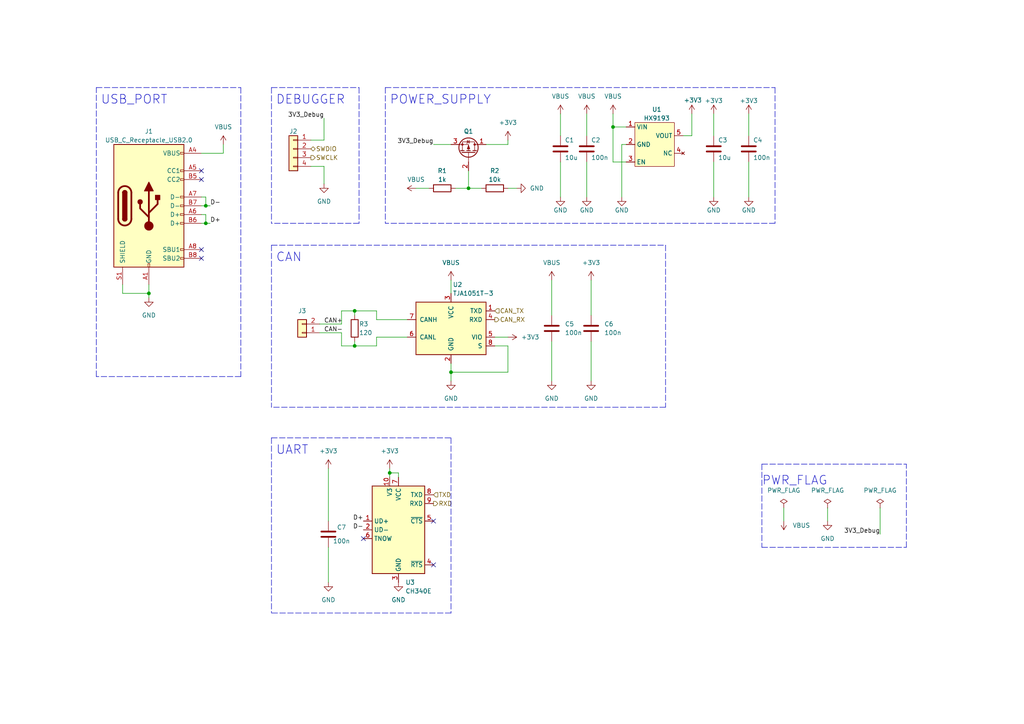
<source format=kicad_sch>
(kicad_sch (version 20211123) (generator eeschema)
  (paper "A4")
  (lib_symbols
    (symbol "Connector:USB_C_Receptacle_USB2.0" (pin_names (offset 1.016))
      (property "Reference" "J" (at -10.16 19.05 0))
      (property "Value" "USB_C_Receptacle_USB2.0" (at 19.05 19.05 0))
      (symbol "USB_C_Receptacle_USB2.0_0_0"
        (rectangle (start -0.254 -17.78) (end 0.254 -16.764))
        (rectangle (start 10.16 -14.986) (end 9.144 -15.494))
        (rectangle (start 10.16 -12.446) (end 9.144 -12.954))
        (rectangle (start 10.16 -4.826) (end 9.144 -5.334))
        (rectangle (start 10.16 -2.286) (end 9.144 -2.794))
        (rectangle (start 10.16 0.254) (end 9.144 -0.254))
        (rectangle (start 10.16 2.794) (end 9.144 2.286))
        (rectangle (start 10.16 7.874) (end 9.144 7.366))
        (rectangle (start 10.16 10.414) (end 9.144 9.906))
        (rectangle (start 10.16 15.494) (end 9.144 14.986))
      )
      (symbol "USB_C_Receptacle_USB2.0_0_1"
        (rectangle (start -10.16 17.78) (end 10.16 -17.78) (stroke (width 0.254)) (fill (type background)))
        (arc (start -8.89 -3.81) (mid -6.985 -5.715) (end -5.08 -3.81) (stroke (width 0.508)))
        (arc (start -7.62 -3.81) (mid -6.985 -4.445) (end -6.35 -3.81) (stroke (width 0.254)))
        (arc (start -7.62 -3.81) (mid -6.985 -4.445) (end -6.35 -3.81) (stroke (width 0.254)) (fill (type outline)))
        (rectangle (start -7.62 -3.81) (end -6.35 3.81) (stroke (width 0.254)) (fill (type outline)))
        (arc (start -6.35 3.81) (mid -6.985 4.445) (end -7.62 3.81) (stroke (width 0.254)))
        (arc (start -6.35 3.81) (mid -6.985 4.445) (end -7.62 3.81) (stroke (width 0.254)) (fill (type outline)))
        (arc (start -5.08 3.81) (mid -6.985 5.715) (end -8.89 3.81) (stroke (width 0.508)))
        (circle (center -2.54 1.143) (radius 0.635) (stroke (width 0.254)) (fill (type outline)))
        (circle (center 0 -5.842) (radius 1.27) (fill (type outline)))
        (polyline (pts (xy -8.89 -3.81) (xy -8.89 3.81)) (stroke (width 0.508)))
        (polyline (pts (xy -5.08 3.81) (xy -5.08 -3.81)) (stroke (width 0.508)))
        (polyline (pts (xy 0 -5.842) (xy 0 4.318)) (stroke (width 0.508)))
        (polyline (pts (xy 0 -3.302) (xy -2.54 -0.762) (xy -2.54 0.508)) (stroke (width 0.508)))
        (polyline (pts (xy 0 -2.032) (xy 2.54 0.508) (xy 2.54 1.778)) (stroke (width 0.508)))
        (polyline (pts (xy -1.27 4.318) (xy 0 6.858) (xy 1.27 4.318) (xy -1.27 4.318)) (stroke (width 0.254)) (fill (type outline)))
        (rectangle (start 1.905 1.778) (end 3.175 3.048) (stroke (width 0.254)) (fill (type outline)))
      )
      (symbol "USB_C_Receptacle_USB2.0_1_1"
        (pin passive line (at 0 -22.86 90) (length 5.08) (name "GND") (number "A1"))
        (pin passive line (at 0 -22.86 90) (length 5.08) hide (name "GND") (number "A12"))
        (pin passive line (at 15.24 15.24 180) (length 5.08) (name "VBUS") (number "A4"))
        (pin bidirectional line (at 15.24 10.16 180) (length 5.08) (name "CC1") (number "A5"))
        (pin bidirectional line (at 15.24 -2.54 180) (length 5.08) (name "D+") (number "A6"))
        (pin bidirectional line (at 15.24 2.54 180) (length 5.08) (name "D-") (number "A7"))
        (pin bidirectional line (at 15.24 -12.7 180) (length 5.08) (name "SBU1") (number "A8"))
        (pin passive line (at 15.24 15.24 180) (length 5.08) hide (name "VBUS") (number "A9"))
        (pin passive line (at 0 -22.86 90) (length 5.08) hide (name "GND") (number "B1"))
        (pin passive line (at 0 -22.86 90) (length 5.08) hide (name "GND") (number "B12"))
        (pin passive line (at 15.24 15.24 180) (length 5.08) hide (name "VBUS") (number "B4"))
        (pin bidirectional line (at 15.24 7.62 180) (length 5.08) (name "CC2") (number "B5"))
        (pin bidirectional line (at 15.24 -5.08 180) (length 5.08) (name "D+") (number "B6"))
        (pin bidirectional line (at 15.24 0 180) (length 5.08) (name "D-") (number "B7"))
        (pin bidirectional line (at 15.24 -15.24 180) (length 5.08) (name "SBU2") (number "B8"))
        (pin passive line (at 15.24 15.24 180) (length 5.08) hide (name "VBUS") (number "B9"))
        (pin passive line (at -7.62 -22.86 90) (length 5.08) (name "SHIELD") (number "S1"))
      )
    )
    (symbol "Connector_Generic:Conn_01x02" (pin_names (offset 1.016) hide)
      (property "Reference" "J" (at 0 2.54 0))
      (property "Value" "Conn_01x02" (at 0 -5.08 0))
      (symbol "Conn_01x02_1_1"
        (rectangle (start -1.27 -2.413) (end 0 -2.667) (stroke (width 0.1524)))
        (rectangle (start -1.27 0.127) (end 0 -0.127) (stroke (width 0.1524)))
        (rectangle (start -1.27 1.27) (end 1.27 -3.81) (stroke (width 0.254)) (fill (type background)))
        (pin passive line (at -5.08 0 0) (length 3.81) (name "Pin_1") (number "1"))
        (pin passive line (at -5.08 -2.54 0) (length 3.81) (name "Pin_2") (number "2"))
      )
    )
    (symbol "Connector_Generic:Conn_01x04" (pin_names (offset 1.016) hide)
      (property "Reference" "J" (at 0 5.08 0))
      (property "Value" "Conn_01x04" (at 0 -7.62 0))
      (symbol "Conn_01x04_1_1"
        (rectangle (start -1.27 -4.953) (end 0 -5.207) (stroke (width 0.1524)))
        (rectangle (start -1.27 -2.413) (end 0 -2.667) (stroke (width 0.1524)))
        (rectangle (start -1.27 0.127) (end 0 -0.127) (stroke (width 0.1524)))
        (rectangle (start -1.27 2.667) (end 0 2.413) (stroke (width 0.1524)))
        (rectangle (start -1.27 3.81) (end 1.27 -6.35) (stroke (width 0.254)) (fill (type background)))
        (pin passive line (at -5.08 2.54 0) (length 3.81) (name "Pin_1") (number "1"))
        (pin passive line (at -5.08 0 0) (length 3.81) (name "Pin_2") (number "2"))
        (pin passive line (at -5.08 -2.54 0) (length 3.81) (name "Pin_3") (number "3"))
        (pin passive line (at -5.08 -5.08 0) (length 3.81) (name "Pin_4") (number "4"))
      )
    )
    (symbol "Device:C" (pin_numbers hide) (pin_names (offset 0.254))
      (property "Reference" "C" (at 0.635 2.54 0))
      (property "Value" "C" (at 0.635 -2.54 0))
      (symbol "C_0_1"
        (polyline (pts (xy -2.032 -0.762) (xy 2.032 -0.762)) (stroke (width 0.508)))
        (polyline (pts (xy -2.032 0.762) (xy 2.032 0.762)) (stroke (width 0.508)))
      )
      (symbol "C_1_1"
        (pin passive line (at 0 3.81 270) (length 2.794) (name "~") (number "1"))
        (pin passive line (at 0 -3.81 90) (length 2.794) (name "~") (number "2"))
      )
    )
    (symbol "Device:Q_PMOS_DGS" (pin_names (offset 0) hide)
      (property "Reference" "Q" (at 5.08 1.27 0))
      (property "Value" "Q_PMOS_DGS" (at 5.08 -1.27 0))
      (symbol "Q_PMOS_DGS_0_1"
        (polyline (pts (xy 0.254 0) (xy -2.54 0)))
        (polyline (pts (xy 0.254 1.905) (xy 0.254 -1.905)) (stroke (width 0.254)))
        (polyline (pts (xy 0.762 -1.27) (xy 0.762 -2.286)) (stroke (width 0.254)))
        (polyline (pts (xy 0.762 0.508) (xy 0.762 -0.508)) (stroke (width 0.254)))
        (polyline (pts (xy 0.762 2.286) (xy 0.762 1.27)) (stroke (width 0.254)))
        (polyline (pts (xy 2.54 2.54) (xy 2.54 1.778)))
        (polyline (pts (xy 2.54 -2.54) (xy 2.54 0) (xy 0.762 0)))
        (polyline (pts (xy 0.762 1.778) (xy 3.302 1.778) (xy 3.302 -1.778) (xy 0.762 -1.778)))
        (polyline (pts (xy 2.286 0) (xy 1.27 0.381) (xy 1.27 -0.381) (xy 2.286 0)) (fill (type outline)))
        (polyline (pts (xy 2.794 -0.508) (xy 2.921 -0.381) (xy 3.683 -0.381) (xy 3.81 -0.254)))
        (polyline (pts (xy 3.302 -0.381) (xy 2.921 0.254) (xy 3.683 0.254) (xy 3.302 -0.381)))
        (circle (center 1.651 0) (radius 2.794) (stroke (width 0.254)))
        (circle (center 2.54 -1.778) (radius 0.254) (fill (type outline)))
        (circle (center 2.54 1.778) (radius 0.254) (fill (type outline)))
      )
      (symbol "Q_PMOS_DGS_1_1"
        (pin passive line (at 2.54 5.08 270) (length 2.54) (name "D") (number "1"))
        (pin input line (at -5.08 0 0) (length 2.54) (name "G") (number "2"))
        (pin passive line (at 2.54 -5.08 90) (length 2.54) (name "S") (number "3"))
      )
    )
    (symbol "Device:R" (pin_numbers hide) (pin_names (offset 0))
      (property "Reference" "R" (at 2.032 0 90))
      (property "Value" "R" (at 0 0 90))
      (symbol "R_0_1"
        (rectangle (start -1.016 -2.54) (end 1.016 2.54) (stroke (width 0.254)))
      )
      (symbol "R_1_1"
        (pin passive line (at 0 3.81 270) (length 1.27) (name "~") (number "1"))
        (pin passive line (at 0 -3.81 90) (length 1.27) (name "~") (number "2"))
      )
    )
    (symbol "Interface_CAN_LIN:TJA1051T-3" (pin_names (offset 1.016))
      (property "Reference" "U" (at -10.16 8.89 0))
      (property "Value" "TJA1051T-3" (at 1.27 8.89 0))
      (symbol "TJA1051T-3_0_1"
        (rectangle (start -10.16 7.62) (end 10.16 -7.62) (stroke (width 0.254)) (fill (type background)))
      )
      (symbol "TJA1051T-3_1_1"
        (pin input line (at -12.7 5.08 0) (length 2.54) (name "TXD") (number "1"))
        (pin power_in line (at 0 -10.16 90) (length 2.54) (name "GND") (number "2"))
        (pin power_in line (at 0 10.16 270) (length 2.54) (name "VCC") (number "3"))
        (pin output line (at -12.7 2.54 0) (length 2.54) (name "RXD") (number "4"))
        (pin power_in line (at -12.7 -2.54 0) (length 2.54) (name "VIO") (number "5"))
        (pin bidirectional line (at 12.7 -2.54 180) (length 2.54) (name "CANL") (number "6"))
        (pin bidirectional line (at 12.7 2.54 180) (length 2.54) (name "CANH") (number "7"))
        (pin input line (at -12.7 -5.08 0) (length 2.54) (name "S") (number "8"))
      )
    )
    (symbol "Interface_USB:CH340E"
      (property "Reference" "U" (at -5.08 13.97 0))
      (property "Value" "CH340E" (at 1.27 13.97 0))
      (symbol "CH340E_0_1"
        (rectangle (start -7.62 12.7) (end 7.62 -12.7) (stroke (width 0.254)) (fill (type background)))
      )
      (symbol "CH340E_1_1"
        (pin bidirectional line (at -10.16 2.54 0) (length 2.54) (name "UD+") (number "1"))
        (pin passive line (at -2.54 15.24 270) (length 2.54) (name "V3") (number "10"))
        (pin bidirectional line (at -10.16 0 0) (length 2.54) (name "UD-") (number "2"))
        (pin power_in line (at 0 -15.24 90) (length 2.54) (name "GND") (number "3"))
        (pin output line (at 10.16 -10.16 180) (length 2.54) (name "~{RTS}") (number "4"))
        (pin input line (at 10.16 2.54 180) (length 2.54) (name "~{CTS}") (number "5"))
        (pin output line (at -10.16 -2.54 0) (length 2.54) (name "TNOW") (number "6"))
        (pin power_in line (at 0 15.24 270) (length 2.54) (name "VCC") (number "7"))
        (pin output line (at 10.16 10.16 180) (length 2.54) (name "TXD") (number "8"))
        (pin input line (at 10.16 7.62 180) (length 2.54) (name "RXD") (number "9"))
      )
    )
    (symbol "power:+3V3" (power) (pin_names (offset 0))
      (property "Value" "+3V3" (at 0 3.556 0))
      (symbol "+3V3_0_1"
        (polyline (pts (xy -0.762 1.27) (xy 0 2.54)))
        (polyline (pts (xy 0 0) (xy 0 2.54)))
        (polyline (pts (xy 0 2.54) (xy 0.762 1.27)))
      )
      (symbol "+3V3_1_1"
        (pin power_in line (at 0 0 90) (length 0) hide (name "+3V3") (number "1"))
      )
    )
    (symbol "power:GND" (power) (pin_names (offset 0))
      (property "Value" "GND" (at 0 -3.81 0))
      (symbol "GND_0_1"
        (polyline (pts (xy 0 0) (xy 0 -1.27) (xy 1.27 -1.27) (xy 0 -2.54) (xy -1.27 -1.27) (xy 0 -1.27)))
      )
      (symbol "GND_1_1"
        (pin power_in line (at 0 0 270) (length 0) hide (name "GND") (number "1"))
      )
    )
    (symbol "power:PWR_FLAG" (power) (pin_numbers hide) (pin_names (offset 0) hide)
      (property "Value" "PWR_FLAG" (at 0 3.81 0))
      (symbol "PWR_FLAG_0_0"
        (pin power_out line (at 0 0 90) (length 0) (name "pwr") (number "1"))
      )
      (symbol "PWR_FLAG_0_1"
        (polyline (pts (xy 0 0) (xy 0 1.27) (xy -1.016 1.905) (xy 0 2.54) (xy 1.016 1.905) (xy 0 1.27)))
      )
    )
    (symbol "power:VBUS" (power) (pin_names (offset 0))
      (property "Value" "VBUS" (at 0 3.81 0))
      (symbol "VBUS_0_1"
        (polyline (pts (xy -0.762 1.27) (xy 0 2.54)))
        (polyline (pts (xy 0 0) (xy 0 2.54)))
        (polyline (pts (xy 0 2.54) (xy 0.762 1.27)))
      )
      (symbol "VBUS_1_1"
        (pin power_in line (at 0 0 90) (length 0) hide (name "VBUS") (number "1"))
      )
    )
    (symbol "symbols[1]:HX9193"
      (property "Reference" "U" (at -5.08 7.62 0))
      (property "Value" "HX9193" (at 6.35 7.62 0))
      (symbol "HX9193_0_1"
        (rectangle (start -6.35 6.35) (end 5.08 -6.35) (fill (type background)))
      )
      (symbol "HX9193_1_1"
        (pin power_in line (at -8.89 5.08 0) (length 2.54) (name "VIN") (number "1"))
        (pin passive line (at -8.89 0 0) (length 2.54) (name "GND") (number "2"))
        (pin input line (at -8.89 -5.08 0) (length 2.54) (name "EN") (number "3"))
        (pin no_connect line (at 7.62 -2.54 180) (length 2.54) (name "NC") (number "4"))
        (pin power_out line (at 7.62 2.54 180) (length 2.54) (name "VOUT") (number "5"))
      )
    )
  )
  (junction (at 102.87 100.33))
  (junction (at 177.8 36.83))
  (junction (at 102.87 90.17))
  (junction (at 59.69 64.77))
  (junction (at 59.69 59.69))
  (junction (at 130.81 107.95))
  (junction (at 43.18 85.09))
  (junction (at 135.89 54.61))
  (junction (at 113.03 137.16))
  (no_connect (at 58.42 52.07))
  (no_connect (at 58.42 74.93))
  (no_connect (at 125.73 151.13))
  (no_connect (at 58.42 49.53))
  (no_connect (at 105.41 156.21))
  (no_connect (at 125.73 163.83))
  (no_connect (at 58.42 72.39))
  (wire (pts (xy 207.01 46.99) (xy 207.01 57.15)))
  (wire (pts (xy 125.73 41.91) (xy 130.81 41.91)))
  (wire (pts (xy 147.32 100.33) (xy 147.32 107.95)))
  (polyline (pts (xy 78.74 25.4) (xy 104.14 25.4)))
  (wire (pts (xy 171.45 81.28) (xy 171.45 91.44)))
  (polyline (pts (xy 78.74 71.12) (xy 78.74 118.11)))
  (wire (pts (xy 113.03 137.16) (xy 113.03 138.43)))
  (polyline (pts (xy 78.74 127) (xy 130.81 127)))
  (wire (pts (xy 113.03 135.89) (xy 113.03 137.16)))
  (polyline (pts (xy 27.94 25.4) (xy 69.85 25.4)))
  (wire (pts (xy 255.27 147.32) (xy 255.27 154.94)))
  (polyline (pts (xy 224.79 25.4) (xy 224.79 64.77)))
  (wire (pts (xy 207.01 33.02) (xy 207.01 39.37)))
  (wire (pts (xy 217.17 46.99) (xy 217.17 57.15)))
  (polyline (pts (xy 220.98 134.62) (xy 262.89 134.62)))
  (wire (pts (xy 58.42 64.77) (xy 59.69 64.77)))
  (wire (pts (xy 113.03 137.16) (xy 115.57 137.16)))
  (polyline (pts (xy 193.04 118.11) (xy 78.74 118.11)))
  (wire (pts (xy 64.77 44.45) (xy 64.77 41.91)))
  (polyline (pts (xy 69.85 109.22) (xy 27.94 109.22)))
  (wire (pts (xy 93.98 48.26) (xy 93.98 53.34)))
  (wire (pts (xy 43.18 82.55) (xy 43.18 85.09)))
  (wire (pts (xy 130.81 105.41) (xy 130.81 107.95)))
  (wire (pts (xy 109.22 97.79) (xy 118.11 97.79)))
  (wire (pts (xy 102.87 100.33) (xy 109.22 100.33)))
  (polyline (pts (xy 193.04 71.12) (xy 193.04 118.11)))
  (wire (pts (xy 177.8 36.83) (xy 177.8 46.99)))
  (wire (pts (xy 43.18 85.09) (xy 43.18 86.36)))
  (polyline (pts (xy 104.14 64.77) (xy 78.74 64.77)))
  (wire (pts (xy 58.42 59.69) (xy 59.69 59.69)))
  (wire (pts (xy 59.69 64.77) (xy 60.96 64.77)))
  (wire (pts (xy 99.06 93.98) (xy 99.06 90.17)))
  (wire (pts (xy 177.8 33.02) (xy 177.8 36.83)))
  (wire (pts (xy 160.02 81.28) (xy 160.02 91.44)))
  (polyline (pts (xy 78.74 71.12) (xy 193.04 71.12)))
  (wire (pts (xy 95.25 135.89) (xy 95.25 151.13)))
  (wire (pts (xy 177.8 36.83) (xy 181.61 36.83)))
  (wire (pts (xy 160.02 99.06) (xy 160.02 110.49)))
  (wire (pts (xy 140.97 41.91) (xy 147.32 41.91)))
  (wire (pts (xy 130.81 81.28) (xy 130.81 85.09)))
  (wire (pts (xy 135.89 54.61) (xy 139.7 54.61)))
  (wire (pts (xy 59.69 57.15) (xy 59.69 59.69)))
  (wire (pts (xy 170.18 46.99) (xy 170.18 57.15)))
  (wire (pts (xy 147.32 54.61) (xy 149.86 54.61)))
  (polyline (pts (xy 78.74 25.4) (xy 78.74 64.77)))
  (wire (pts (xy 162.56 33.02) (xy 162.56 39.37)))
  (wire (pts (xy 181.61 41.91) (xy 180.34 41.91)))
  (wire (pts (xy 92.71 93.98) (xy 99.06 93.98)))
  (wire (pts (xy 143.51 100.33) (xy 147.32 100.33)))
  (wire (pts (xy 147.32 40.64) (xy 147.32 41.91)))
  (polyline (pts (xy 130.81 127) (xy 130.81 177.8)))
  (polyline (pts (xy 224.79 64.77) (xy 111.76 64.77)))
  (polyline (pts (xy 69.85 25.4) (xy 69.85 109.22)))
  (wire (pts (xy 95.25 158.75) (xy 95.25 168.91)))
  (wire (pts (xy 109.22 92.71) (xy 118.11 92.71)))
  (wire (pts (xy 90.17 40.64) (xy 93.98 40.64)))
  (polyline (pts (xy 111.76 25.4) (xy 111.76 64.77)))
  (polyline (pts (xy 78.74 127) (xy 78.74 177.8)))
  (wire (pts (xy 102.87 99.06) (xy 102.87 100.33)))
  (wire (pts (xy 99.06 96.52) (xy 99.06 100.33)))
  (wire (pts (xy 162.56 46.99) (xy 162.56 57.15)))
  (wire (pts (xy 35.56 82.55) (xy 35.56 85.09)))
  (wire (pts (xy 200.66 33.02) (xy 200.66 39.37)))
  (wire (pts (xy 58.42 57.15) (xy 59.69 57.15)))
  (wire (pts (xy 109.22 90.17) (xy 109.22 92.71)))
  (wire (pts (xy 109.22 100.33) (xy 109.22 97.79)))
  (wire (pts (xy 90.17 48.26) (xy 93.98 48.26)))
  (wire (pts (xy 147.32 107.95) (xy 130.81 107.95)))
  (wire (pts (xy 217.17 33.02) (xy 217.17 39.37)))
  (polyline (pts (xy 27.94 109.22) (xy 27.94 25.4)))
  (polyline (pts (xy 220.98 134.62) (xy 220.98 158.75)))
  (wire (pts (xy 102.87 90.17) (xy 109.22 90.17)))
  (wire (pts (xy 227.33 147.32) (xy 227.33 151.13)))
  (wire (pts (xy 181.61 46.99) (xy 177.8 46.99)))
  (wire (pts (xy 120.65 54.61) (xy 124.46 54.61)))
  (wire (pts (xy 132.08 54.61) (xy 135.89 54.61)))
  (wire (pts (xy 99.06 90.17) (xy 102.87 90.17)))
  (wire (pts (xy 135.89 49.53) (xy 135.89 54.61)))
  (polyline (pts (xy 220.98 158.75) (xy 262.89 158.75)))
  (wire (pts (xy 180.34 41.91) (xy 180.34 57.15)))
  (wire (pts (xy 171.45 99.06) (xy 171.45 110.49)))
  (wire (pts (xy 93.98 34.29) (xy 93.98 40.64)))
  (wire (pts (xy 198.12 39.37) (xy 200.66 39.37)))
  (polyline (pts (xy 111.76 25.4) (xy 224.79 25.4)))
  (wire (pts (xy 143.51 97.79) (xy 147.32 97.79)))
  (wire (pts (xy 115.57 138.43) (xy 115.57 137.16)))
  (wire (pts (xy 58.42 44.45) (xy 64.77 44.45)))
  (wire (pts (xy 240.03 147.32) (xy 240.03 151.13)))
  (wire (pts (xy 170.18 33.02) (xy 170.18 39.37)))
  (wire (pts (xy 92.71 96.52) (xy 99.06 96.52)))
  (wire (pts (xy 59.69 62.23) (xy 59.69 64.77)))
  (wire (pts (xy 58.42 62.23) (xy 59.69 62.23)))
  (wire (pts (xy 59.69 59.69) (xy 60.96 59.69)))
  (polyline (pts (xy 262.89 158.75) (xy 262.89 134.62)))
  (wire (pts (xy 130.81 107.95) (xy 130.81 110.49)))
  (wire (pts (xy 99.06 100.33) (xy 102.87 100.33)))
  (wire (pts (xy 35.56 85.09) (xy 43.18 85.09)))
  (polyline (pts (xy 130.81 177.8) (xy 78.74 177.8)))
  (wire (pts (xy 102.87 91.44) (xy 102.87 90.17)))
  (polyline (pts (xy 104.14 25.4) (xy 104.14 64.77)))
  (text "DEBUGGER" (at 80.01 30.48 0) (effects (font (size 2.54 2.54)) (justify left bottom)))
  (text "PWR_FLAG" (at 220.98 140.97 0) (effects (font (size 2.54 2.54)) (justify left bottom)))
  (text "POWER_SUPPLY" (at 113.03 30.48 0) (effects (font (size 2.54 2.54)) (justify left bottom)))
  (text "USB_PORT" (at 29.21 30.48 0) (effects (font (size 2.54 2.54)) (justify left bottom)))
  (text "UART\n" (at 80.01 132.08 0) (effects (font (size 2.54 2.54)) (justify left bottom)))
  (text "CAN" (at 80.01 76.2 0) (effects (font (size 2.54 2.54)) (justify left bottom)))
  (label "D+" (at 105.41 151.13 180))
  (label "D-" (at 60.96 59.69 0))
  (label "CAN-" (at 93.98 96.52 0))
  (label "D-" (at 105.41 153.67 180))
  (label "CAN+" (at 93.98 93.98 0))
  (label "3V3_Debug" (at 255.27 154.94 180))
  (label "D+" (at 60.96 64.77 0))
  (label "3V3_Debug" (at 93.98 34.29 180))
  (label "3V3_Debug" (at 125.73 41.91 180))
  (hierarchical_label "TXD" (shape input) (at 125.73 143.51 0))
  (hierarchical_label "SWDIO" (shape bidirectional) (at 90.17 43.18 0))
  (hierarchical_label "RXD" (shape output) (at 125.73 146.05 0))
  (hierarchical_label "CAN_RX" (shape output) (at 143.51 92.71 0))
  (hierarchical_label "SWCLK" (shape output) (at 90.17 45.72 0))
  (hierarchical_label "CAN_TX" (shape input) (at 143.51 90.17 0))
  (symbol (lib_id "Device:R") (at 128.27 54.61 90) (unit 1)
    (property "Reference" "R1" (at 128.27 49.53 90))
    (property "Value" "1k" (at 128.27 52.07 90))
    (property "Footprint" "Resistor_SMD:R_0603_1608Metric" (effects hide))
  )
  (symbol (lib_id "power:VBUS") (at 130.81 81.28 0) (unit 1)
    (property "Reference" "#PWR0127" (effects hide))
    (property "Value" "VBUS" (at 130.81 76.2 0))
  )
  (symbol (lib_id "power:+3V3") (at 200.66 33.02 0) (unit 1)
    (property "Reference" "#PWR0114" (effects hide))
    (property "Value" "+3V3" (at 200.9516 29.071 0))
  )
  (symbol (lib_id "Device:R") (at 143.51 54.61 90) (unit 1)
    (property "Reference" "R2" (at 143.51 49.53 90))
    (property "Value" "10k" (at 143.51 52.07 90))
    (property "Footprint" "Resistor_SMD:R_0603_1608Metric" (effects hide))
  )
  (symbol (lib_id "Device:C") (at 160.02 95.25 0) (unit 1)
    (property "Reference" "C5" (at 163.83 93.9799 0) (effects (justify left)))
    (property "Value" "100n" (at 163.83 96.5199 0) (effects (justify left)))
    (property "Footprint" "Capacitor_SMD:C_0603_1608Metric" (effects hide))
  )
  (symbol (lib_id "power:PWR_FLAG") (at 240.03 147.32 0) (unit 1)
    (property "Reference" "#FLG0102" (effects hide))
    (property "Value" "PWR_FLAG" (at 240.03 142.24 0))
  )
  (symbol (lib_id "power:VBUS") (at 162.56 33.02 0) (unit 1)
    (property "Reference" "#PWR0106" (effects hide))
    (property "Value" "VBUS" (at 162.56 27.94 0))
  )
  (symbol (lib_id "power:GND") (at 162.56 57.15 0) (unit 1)
    (property "Reference" "#PWR0112" (effects hide))
    (property "Value" "GND" (at 162.56 60.96 0))
  )
  (symbol (lib_id "power:GND") (at 130.81 110.49 0) (unit 1)
    (property "Reference" "#PWR0130" (effects hide))
    (property "Value" "GND" (at 130.81 115.57 0))
  )
  (symbol (lib_id "power:VBUS") (at 64.77 41.91 0) (unit 1)
    (property "Reference" "#PWR0102" (effects hide))
    (property "Value" "VBUS" (at 64.77 36.83 0))
  )
  (symbol (lib_id "Connector:USB_C_Receptacle_USB2.0") (at 43.18 59.69 0) (unit 1)
    (property "Reference" "J1" (at 43.18 38.1 0))
    (property "Value" "USB_C_Receptacle_USB2.0" (at 43.18 40.64 0))
    (property "Footprint" "Connector_USB:USB_C_Receptacle_Palconn_UTC16-G" (effects hide))
    (property "Datasheet" "https://www.usb.org/sites/default/files/documents/usb_type-c.zip" (effects hide))
  )
  (symbol (lib_id "power:GND") (at 160.02 110.49 0) (unit 1)
    (property "Reference" "#PWR0129" (effects hide))
    (property "Value" "GND" (at 160.02 115.57 0))
  )
  (symbol (lib_id "Device:Q_PMOS_DGS") (at 135.89 44.45 270) (mirror x) (unit 1)
    (property "Reference" "Q1" (at 135.89 38.1 90))
    (property "Value" "Q_PMOS_DGS" (effects hide))
    (property "Footprint" "Package_TO_SOT_SMD:TSOT-23" (effects hide))
  )
  (symbol (lib_id "power:GND") (at 115.57 168.91 0) (unit 1)
    (property "Reference" "#PWR0125" (effects hide))
    (property "Value" "GND" (at 115.57 173.99 0))
  )
  (symbol (lib_id "power:VBUS") (at 177.8 33.02 0) (unit 1)
    (property "Reference" "#PWR0105" (effects hide))
    (property "Value" "VBUS" (at 177.8 27.94 0))
  )
  (symbol (lib_id "power:GND") (at 149.86 54.61 90) (unit 1)
    (property "Reference" "#PWR0118" (effects hide))
    (property "Value" "GND" (at 153.67 54.6099 90) (effects (justify right)))
  )
  (symbol (lib_id "power:+3V3") (at 95.25 135.89 0) (unit 1)
    (property "Reference" "#PWR0124" (effects hide))
    (property "Value" "+3V3" (at 95.25 130.81 0))
  )
  (symbol (lib_id "power:GND") (at 217.17 57.15 0) (unit 1)
    (property "Reference" "#PWR0109" (effects hide))
    (property "Value" "GND" (at 217.17 60.96 0))
  )
  (symbol (lib_id "power:+3V3") (at 147.32 97.79 270) (unit 1)
    (property "Reference" "#PWR0128" (effects hide))
    (property "Value" "+3V3" (at 151.13 97.7899 90) (effects (justify left)))
  )
  (symbol (lib_id "power:+3V3") (at 147.32 40.64 0) (unit 1)
    (property "Reference" "#PWR0117" (effects hide))
    (property "Value" "+3V3" (at 147.32 35.56 0))
  )
  (symbol (lib_id "power:GND") (at 180.34 57.15 0) (unit 1)
    (property "Reference" "#PWR0111" (effects hide))
    (property "Value" "GND" (at 180.34 60.96 0))
  )
  (symbol (lib_id "Device:C") (at 170.18 43.18 0) (unit 1)
    (property "Reference" "C2" (at 171.45 40.64 0) (effects (justify left)))
    (property "Value" "100n" (at 171.45 45.72 0) (effects (justify left)))
    (property "Footprint" "Capacitor_SMD:C_0603_1608Metric" (effects hide))
  )
  (symbol (lib_id "Device:C") (at 171.45 95.25 0) (unit 1)
    (property "Reference" "C6" (at 175.26 93.9799 0) (effects (justify left)))
    (property "Value" "100n" (at 175.26 96.5199 0) (effects (justify left)))
    (property "Footprint" "Capacitor_SMD:C_0603_1608Metric" (effects hide))
  )
  (symbol (lib_id "Connector_Generic:Conn_01x02") (at 87.63 96.52 180) (unit 1)
    (property "Reference" "J3" (at 87.63 90.17 0))
    (property "Value" "Conn_01x02" (effects hide))
    (property "Footprint" "Connector_JST:JST_GH_SM02B-GHS-TB_1x02-1MP_P1.25mm_Horizontal" (effects hide))
  )
  (symbol (lib_id "power:+3V3") (at 171.45 81.28 0) (unit 1)
    (property "Reference" "#PWR0121" (effects hide))
    (property "Value" "+3V3" (at 171.45 76.2 0))
  )
  (symbol (lib_id "power:GND") (at 171.45 110.49 0) (unit 1)
    (property "Reference" "#PWR0120" (effects hide))
    (property "Value" "GND" (at 171.45 115.57 0))
  )
  (symbol (lib_id "power:VBUS") (at 160.02 81.28 0) (unit 1)
    (property "Reference" "#PWR0126" (effects hide))
    (property "Value" "VBUS" (at 160.02 76.2 0))
  )
  (symbol (lib_id "Connector_Generic:Conn_01x04") (at 85.09 43.18 0) (mirror y) (unit 1)
    (property "Reference" "J2" (at 85.09 38.1 0))
    (property "Value" "Conn_01x04" (effects hide))
    (property "Footprint" "Connector_PinHeader_2.54mm:PinHeader_1x04_P2.54mm_Vertical" (effects hide))
  )
  (symbol (lib_id "power:VBUS") (at 170.18 33.02 0) (unit 1)
    (property "Reference" "#PWR0107" (effects hide))
    (property "Value" "VBUS" (at 170.18 27.94 0))
  )
  (symbol (lib_id "Device:R") (at 102.87 95.25 0) (unit 1)
    (property "Reference" "R3" (at 104.14 93.98 0) (effects (justify left)))
    (property "Value" "120" (at 104.14 96.52 0) (effects (justify left)))
    (property "Footprint" "Resistor_SMD:R_0603_1608Metric" (effects hide))
  )
  (symbol (lib_id "power:GND") (at 95.25 168.91 0) (unit 1)
    (property "Reference" "#PWR0123" (effects hide))
    (property "Value" "GND" (at 95.25 173.99 0))
  )
  (symbol (lib_id "power:GND") (at 207.01 57.15 0) (unit 1)
    (property "Reference" "#PWR0110" (effects hide))
    (property "Value" "GND" (at 207.01 60.96 0))
  )
  (symbol (lib_id "power:+3V3") (at 207.01 33.02 0) (unit 1)
    (property "Reference" "#PWR0115" (effects hide))
    (property "Value" "+3V3" (at 207.01 29.21 0))
  )
  (symbol (lib_id "power:VBUS") (at 227.33 151.13 180) (unit 1)
    (property "Reference" "#PWR0103" (effects hide))
    (property "Value" "VBUS" (at 229.87 152.3999 0) (effects (justify right)))
  )
  (symbol (lib_id "Device:C") (at 217.17 43.18 0) (unit 1)
    (property "Reference" "C4" (at 218.44 40.64 0) (effects (justify left)))
    (property "Value" "100n" (at 218.44 45.72 0) (effects (justify left)))
    (property "Footprint" "Capacitor_SMD:C_0603_1608Metric" (effects hide))
  )
  (symbol (lib_id "power:GND") (at 93.98 53.34 0) (unit 1)
    (property "Reference" "#PWR0119" (effects hide))
    (property "Value" "GND" (at 93.98 58.42 0))
  )
  (symbol (lib_id "power:+3V3") (at 113.03 135.89 0) (unit 1)
    (property "Reference" "#PWR0122" (effects hide))
    (property "Value" "+3V3" (at 113.03 130.81 0))
  )
  (symbol (lib_id "Device:C") (at 207.01 43.18 0) (unit 1)
    (property "Reference" "C3" (at 208.28 40.64 0) (effects (justify left)))
    (property "Value" "10u" (at 208.28 45.72 0) (effects (justify left)))
    (property "Footprint" "Capacitor_SMD:C_0603_1608Metric" (effects hide))
  )
  (symbol (lib_id "power:GND") (at 170.18 57.15 0) (unit 1)
    (property "Reference" "#PWR0113" (effects hide))
    (property "Value" "GND" (at 170.18 60.96 0))
  )
  (symbol (lib_id "Interface_CAN_LIN:TJA1051T-3") (at 130.81 95.25 0) (mirror y) (unit 1)
    (property "Reference" "U2" (at 131.3306 82.55 0) (effects (justify right)))
    (property "Value" "TJA1051T-3" (at 131.3306 85.09 0) (effects (justify right)))
    (property "Footprint" "Package_SO:SOIC-8_3.9x4.9mm_P1.27mm" (effects hide))
    (property "Datasheet" "http://www.nxp.com/documents/data_sheet/TJA1051.pdf" (effects hide))
  )
  (symbol (lib_id "power:PWR_FLAG") (at 255.27 147.32 0) (unit 1)
    (property "Reference" "#FLG0103" (effects hide))
    (property "Value" "PWR_FLAG" (at 255.27 142.24 0))
  )
  (symbol (lib_id "Device:C") (at 95.25 154.94 0) (unit 1)
    (property "Reference" "C7" (at 99.06 153.6699 0) (effects (justify bottom)))
    (property "Value" "100n" (at 99.06 156.2099 0) (effects (justify top)))
    (property "Footprint" "Capacitor_SMD:C_0603_1608Metric" (effects hide))
  )
  (symbol (lib_id "power:GND") (at 240.03 151.13 0) (unit 1)
    (property "Reference" "#PWR0104" (effects hide))
    (property "Value" "GND" (at 240.03 156.21 0))
  )
  (symbol (lib_id "power:+3V3") (at 217.17 33.02 0) (unit 1)
    (property "Reference" "#PWR0116" (effects hide))
    (property "Value" "+3V3" (at 217.17 29.21 0))
  )
  (symbol (lib_id "Interface_USB:CH340E") (at 115.57 153.67 0) (unit 1)
    (property "Reference" "U3" (at 117.5894 168.91 0) (effects (justify left)))
    (property "Value" "CH340E" (at 117.5894 171.45 0) (effects (justify left)))
    (property "Footprint" "Package_SO:MSOP-10_3x3mm_P0.5mm" (effects hide))
    (property "Datasheet" "https://www.mpja.com/download/35227cpdata.pdf" (effects hide))
  )
  (symbol (lib_id "power:GND") (at 43.18 86.36 0) (unit 1)
    (property "Reference" "#PWR0101" (effects hide))
    (property "Value" "GND" (at 43.18 91.44 0))
  )
  (symbol (lib_id "power:PWR_FLAG") (at 227.33 147.32 0) (unit 1)
    (property "Reference" "#FLG0101" (effects hide))
    (property "Value" "PWR_FLAG" (at 227.33 142.24 0))
  )
  (symbol (lib_id "symbols[1]:HX9193") (at 190.5 41.91 0) (unit 1)
    (property "Reference" "U1" (at 190.5 31.75 0))
    (property "Value" "HX9193" (at 190.5 34.29 0))
    (property "Footprint" "Package_TO_SOT_SMD:SOT-23-5_HandSoldering" (effects hide))
    (property "Datasheet" "https://item.szlcsc.com/280543.html" (effects hide))
  )
  (symbol (lib_id "Device:C") (at 162.56 43.18 0) (unit 1)
    (property "Reference" "C1" (at 163.83 40.64 0) (effects (justify left)))
    (property "Value" "10u" (at 163.83 45.72 0) (effects (justify left)))
    (property "Footprint" "Capacitor_SMD:C_0603_1608Metric" (effects hide))
  )
  (symbol (lib_id "power:VBUS") (at 120.65 54.61 90) (unit 1)
    (property "Reference" "#PWR0108" (effects hide))
    (property "Value" "VBUS" (at 118.11 52.07 90) (effects (justify right)))
  )
)
</source>
